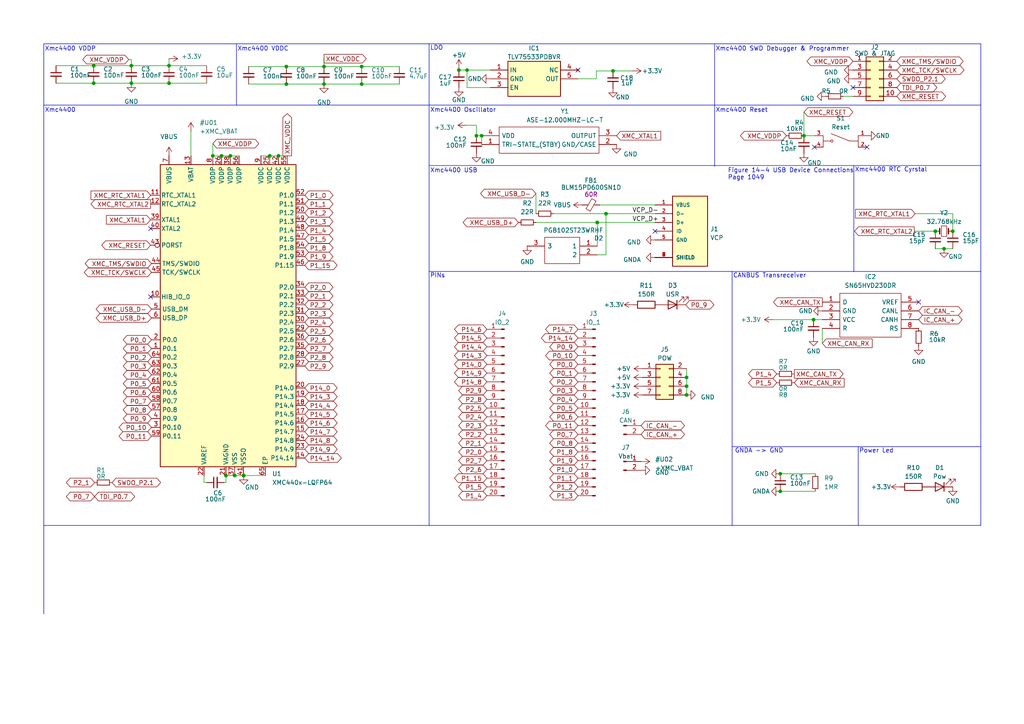
<source format=kicad_sch>
(kicad_sch (version 20230121) (generator eeschema)
  (paper "A4")
  (title_block (title "XMC4400-64PIN-EVAL-V1.0") (date "2023-03-23") (rev "0.0") (comment 1 "Designed By Neşet Aydın"))
  (junction (at 199.136 114.554))
  (junction (at 65.532 137.922))
  (junction (at 276.352 67.056))
  (junction (at 273.812 72.136))
  (junction (at 49.022 24.13))
  (junction (at 80.772 45.212))
  (junction (at 271.272 67.056))
  (junction (at 49.022 19.05))
  (junction (at 226.314 142.494))
  (junction (at 233.172 39.37))
  (junction (at 175.768 61.976))
  (junction (at 177.8 20.574))
  (junction (at 83.058 19.304))
  (junction (at 135.4632 20.32))
  (junction (at 64.262 45.212))
  (junction (at 38.1 19.05))
  (junction (at 133.096 20.32))
  (junction (at 235.966 92.71))
  (junction (at 139.7 39.37))
  (junction (at 27.178 24.13))
  (junction (at 104.902 24.384))
  (junction (at 83.058 24.384))
  (junction (at 66.802 45.212))
  (junction (at 38.1 24.13))
  (junction (at 70.612 137.922))
  (junction (at 93.98 24.384))
  (junction (at 226.314 137.414))
  (junction (at 68.072 137.922))
  (junction (at 199.136 109.474))
  (junction (at 61.722 45.212))
  (junction (at 104.902 19.304))
  (junction (at 199.136 112.014))
  (junction (at 173.228 64.516))
  (junction (at 27.178 19.05))
  (junction (at 78.232 45.212))
  (junction (at 138.176 39.37))
  (junction (at 70.697 137.922))
  (junction (at 93.98 19.304))
  (no_connect (at 247.396 25.4))
  (no_connect (at 251.46 42.672))
  (no_connect (at 43.688 66.294))
  (no_connect (at 266.446 87.63))
  (no_connect (at 236.22 42.672))
  (no_connect (at 167.64 20.32))
  (no_connect (at 189.992 67.056))
  (no_connect (at 43.688 86.106))
  (wire (pts (xy 177.8 20.574) (xy 183.388 20.574)))
  (polyline (pts (xy 124.46 78.74) (xy 247.65 78.74)))
  (wire (pts (xy 273.812 72.136) (xy 271.272 72.136)))
  (wire (pts (xy 155.448 56.134) (xy 155.448 61.976)))
  (polyline (pts (xy 12.7 30.48) (xy 284.48 30.48)))
  (polyline (pts (xy 68.58 12.7) (xy 68.58 30.48)))
  (wire (pts (xy 175.768 61.976) (xy 189.992 61.976)))
  (wire (pts (xy 93.98 24.384) (xy 104.902 24.384)))
  (polyline (pts (xy 12.7 152.4) (xy 12.7 178.054)))
  (wire (pts (xy 265.176 67.056) (xy 271.272 67.056)))
  (wire (pts (xy 72.136 19.304) (xy 83.058 19.304)))
  (polyline (pts (xy 124.46 48.006) (xy 284.48 48.006)))
  (wire (pts (xy 38.1 17.272) (xy 38.1 19.05)))
  (polyline (pts (xy 284.48 30.48) (xy 284.48 48.006)))
  (wire (pts (xy 65.532 137.922) (xy 68.072 137.922)))
  (wire (pts (xy 138.176 36.322) (xy 138.176 39.37)))
  (wire (pts (xy 65.024 139.954) (xy 65.532 139.954)))
  (wire (pts (xy 155.448 64.516) (xy 173.228 64.516)))
  (polyline (pts (xy 124.46 152.4) (xy 12.7 152.4)))
  (wire (pts (xy 276.352 61.976) (xy 276.352 67.056)))
  (wire (pts (xy 16.256 19.05) (xy 27.178 19.05)))
  (wire (pts (xy 49.022 17.018) (xy 49.022 19.05)))
  (polyline (pts (xy 284.48 30.48) (xy 284.48 12.7)))
  (wire (pts (xy 265.43 61.976) (xy 276.352 61.976)))
  (wire (pts (xy 93.98 19.304) (xy 104.902 19.304)))
  (wire (pts (xy 226.314 142.494) (xy 236.474 142.494)))
  (wire (pts (xy 238.506 95.25) (xy 238.506 99.568)))
  (wire (pts (xy 199.136 106.934) (xy 199.136 109.474)))
  (wire (pts (xy 135.382 36.322) (xy 138.176 36.322)))
  (wire (pts (xy 244.602 27.94) (xy 247.396 27.94)))
  (wire (pts (xy 224.282 92.71) (xy 235.966 92.71)))
  (wire (pts (xy 27.178 19.05) (xy 38.1 19.05)))
  (wire (pts (xy 236.22 39.37) (xy 233.172 39.37)))
  (wire (pts (xy 160.528 61.976) (xy 175.768 61.976)))
  (wire (pts (xy 104.902 19.304) (xy 115.824 19.304)))
  (wire (pts (xy 38.1 19.05) (xy 49.022 19.05)))
  (wire (pts (xy 83.058 24.384) (xy 93.98 24.384)))
  (polyline (pts (xy 212.344 129.54) (xy 284.48 129.54)))
  (polyline (pts (xy 284.48 78.74) (xy 247.65 78.74)))
  (wire (pts (xy 49.022 19.05) (xy 59.944 19.05)))
  (wire (pts (xy 65.532 139.954) (xy 65.532 137.922)))
  (wire (pts (xy 80.772 45.212) (xy 83.312 45.212)))
  (wire (pts (xy 38.1 24.13) (xy 49.022 24.13)))
  (wire (pts (xy 59.182 137.922) (xy 59.182 139.954)))
  (wire (pts (xy 135.4632 25.4) (xy 135.4632 20.32)))
  (wire (pts (xy 104.902 24.384) (xy 115.824 24.384)))
  (wire (pts (xy 233.172 32.512) (xy 233.172 39.37)))
  (wire (pts (xy 139.7 39.37) (xy 139.7 41.91)))
  (wire (pts (xy 199.136 114.554) (xy 199.136 112.014)))
  (wire (pts (xy 273.812 72.136) (xy 276.352 72.136)))
  (polyline (pts (xy 12.7 152.146) (xy 12.7 12.7)))
  (wire (pts (xy 173.228 64.516) (xy 189.992 64.516)))
  (wire (pts (xy 27.178 24.13) (xy 38.1 24.13)))
  (wire (pts (xy 142.24 25.4) (xy 135.4632 25.4)))
  (wire (pts (xy 64.262 45.212) (xy 66.802 45.212)))
  (wire (pts (xy 226.314 137.414) (xy 236.474 137.414)))
  (wire (pts (xy 235.966 92.71) (xy 238.506 92.71)))
  (polyline (pts (xy 12.7 152.146) (xy 12.7 152.4)))
  (wire (pts (xy 138.176 39.37) (xy 139.7 39.37)))
  (wire (pts (xy 61.722 45.212) (xy 64.262 45.212)))
  (wire (pts (xy 172.974 22.86) (xy 167.64 22.86)))
  (wire (pts (xy 175.768 73.914) (xy 173.228 73.914)))
  (polyline (pts (xy 284.48 48.006) (xy 284.48 78.74)))
  (polyline (pts (xy 284.48 78.74) (xy 284.48 152.4)))
  (wire (pts (xy 68.072 137.922) (xy 70.612 137.922)))
  (wire (pts (xy 172.974 20.574) (xy 172.974 22.86)))
  (wire (pts (xy 78.232 45.212) (xy 80.772 45.212)))
  (wire (pts (xy 70.612 137.922) (xy 70.697 137.922)))
  (polyline (pts (xy 212.344 152.4) (xy 124.46 152.4)))
  (wire (pts (xy 61.722 41.656) (xy 61.722 45.212)))
  (polyline (pts (xy 248.92 129.54) (xy 248.92 152.4)))
  (wire (pts (xy 93.98 17.018) (xy 93.98 19.304)))
  (polyline (pts (xy 207.264 12.7) (xy 207.264 30.48)))
  (wire (pts (xy 55.372 38.1) (xy 55.372 45.212)))
  (wire (pts (xy 199.136 112.014) (xy 199.136 109.474)))
  (wire (pts (xy 72.136 24.384) (xy 83.058 24.384)))
  (wire (pts (xy 49.022 24.13) (xy 59.944 24.13)))
  (polyline (pts (xy 284.48 152.4) (xy 212.344 152.4)))
  (wire (pts (xy 16.256 24.13) (xy 27.178 24.13)))
  (polyline (pts (xy 12.7 12.7) (xy 284.48 12.7)))
  (wire (pts (xy 133.096 20.32) (xy 135.4632 20.32)))
  (wire (pts (xy 37.338 17.272) (xy 38.1 17.272)))
  (wire (pts (xy 173.99 59.436) (xy 189.992 59.436)))
  (wire (pts (xy 266.446 92.7056) (xy 266.446 92.71)))
  (polyline (pts (xy 124.46 12.7) (xy 124.46 152.4)))
  (polyline (pts (xy 247.65 48.006) (xy 247.65 78.74)))
  (wire (pts (xy 133.096 19.812) (xy 133.096 20.32)))
  (polyline (pts (xy 212.344 78.74) (xy 212.344 152.4)))
  (wire (pts (xy 59.182 139.954) (xy 59.944 139.954)))
  (polyline (pts (xy 207.264 30.48) (xy 207.264 48.26)))
  (wire (pts (xy 135.4632 20.32) (xy 142.24 20.32)))
  (wire (pts (xy 83.058 19.304) (xy 93.98 19.304)))
  (wire (pts (xy 175.768 61.976) (xy 175.768 73.914)))
  (wire (pts (xy 173.228 64.516) (xy 173.228 71.374)))
  (wire (pts (xy 66.802 45.212) (xy 69.342 45.212)))
  (wire (pts (xy 75.692 45.212) (xy 78.232 45.212)))
  (wire (pts (xy 172.974 20.574) (xy 177.8 20.574)))
  (wire (pts (xy 70.697 137.922) (xy 76.962 137.922)))
  (text "Figure 14-4 USB Device Connections\nPage 1049" (at 211.074 52.324 0) (effects (font (size 1.27 1.27)) (justify left bottom)))
  (text "Xmc4400 Oscillator\n" (at 124.714 32.766 0) (effects (font (size 1.27 1.27)) (justify left bottom)))
  (text "PINs" (at 124.714 80.772 0) (effects (font (size 1.27 1.27)) (justify left bottom)))
  (text "Xmc4400 USB" (at 124.714 50.292 0) (effects (font (size 1.27 1.27)) (justify left bottom)))
  (text "Power Led" (at 249.174 131.572 0) (effects (font (size 1.27 1.27)) (justify left bottom)))
  (text "GNDA -> GND" (at 213.106 131.572 0) (effects (font (size 1.27 1.27)) (justify left bottom)))
  (text "Xmc4400 Reset" (at 207.518 32.766 0) (effects (font (size 1.27 1.27)) (justify left bottom)))
  (text "Xmc4400 VDDC" (at 68.834 14.986 0) (effects (font (size 1.27 1.27)) (justify left bottom)))
  (text "CANBUS Transreceiver" (at 212.598 80.772 0) (effects (font (size 1.27 1.27)) (justify left bottom)))
  (text "Xmc4400" (at 12.954 32.766 0) (effects (font (size 1.27 1.27)) (justify left bottom)))
  (text "LDO" (at 124.714 14.732 0) (effects (font (size 1.27 1.27)) (justify left bottom)))
  (text "Xmc4400 RTC Cyrstal" (at 247.904 50.038 0) (effects (font (size 1.27 1.27)) (justify left bottom)))
  (text "Xmc4400 VDDP" (at 12.954 14.986 0) (effects (font (size 1.27 1.27)) (justify left bottom)))
  (text "Xmc4400 SWD Debugger & Programmer" (at 207.518 14.986 0) (effects (font (size 1.27 1.27)) (justify left bottom)))
  (label "VCP_D+" (at 183.3973 64.516 0))
  (label "VCP_D-" (at 183.388 61.976 0))
  (global_label "P2_1" (shape bidirectional) (at 88.392 85.852 0) (property "Intersheetrefs" "${INTERSHEET_REFS}" (effects hide)))
  (global_label "P14_14" (shape bidirectional) (at 88.392 132.842 0) (property "Intersheetrefs" "${INTERSHEET_REFS}" (effects hide)))
  (global_label "P2_7" (shape bidirectional) (at 141.224 133.604 180) (property "Intersheetrefs" "${INTERSHEET_REFS}" (effects hide)))
  (global_label "XMC_USB_D+" (shape bidirectional) (at 43.942 92.202 180) (property "Intersheetrefs" "${INTERSHEET_REFS}" (effects hide)))
  (global_label "P14_4" (shape bidirectional) (at 88.392 117.602 0) (property "Intersheetrefs" "${INTERSHEET_REFS}" (effects hide)))
  (global_label "P2_2" (shape bidirectional) (at 88.392 88.392 0) (property "Intersheetrefs" "${INTERSHEET_REFS}" (effects hide)))
  (global_label "P1_8" (shape bidirectional) (at 88.392 71.882 0) (property "Intersheetrefs" "${INTERSHEET_REFS}" (effects hide)))
  (global_label "P0_10" (shape bidirectional) (at 167.64 103.124 180) (property "Intersheetrefs" "${INTERSHEET_REFS}" (effects hide)))
  (global_label "TDI_P0.7" (shape bidirectional) (at 260.096 25.4 0) (property "Intersheetrefs" "${INTERSHEET_REFS}" (effects hide)))
  (global_label "P1_0" (shape bidirectional) (at 167.64 136.144 180) (property "Intersheetrefs" "${INTERSHEET_REFS}" (effects hide)))
  (global_label "P0_6" (shape bidirectional) (at 43.942 113.792 180) (property "Intersheetrefs" "${INTERSHEET_REFS}" (effects hide)))
  (global_label "P14_5" (shape bidirectional) (at 141.224 98.044 180) (property "Intersheetrefs" "${INTERSHEET_REFS}" (effects hide)))
  (global_label "P14_0" (shape bidirectional) (at 141.224 105.664 180) (property "Intersheetrefs" "${INTERSHEET_REFS}" (effects hide)))
  (global_label "P14_3" (shape bidirectional) (at 141.224 103.124 180) (property "Intersheetrefs" "${INTERSHEET_REFS}" (effects hide)))
  (global_label "P14_14" (shape bidirectional) (at 167.64 98.044 180) (property "Intersheetrefs" "${INTERSHEET_REFS}" (effects hide)))
  (global_label "XMC_TMS{slash}SWDIO" (shape tri_state) (at 43.942 76.454 180) (property "Intersheetrefs" "${INTERSHEET_REFS}" (effects hide)))
  (global_label "P0_7" (shape bidirectional) (at 167.64 125.984 180) (property "Intersheetrefs" "${INTERSHEET_REFS}" (effects hide)))
  (global_label "XMC_USB_D-" (shape bidirectional) (at 155.448 56.134 180) (property "Intersheetrefs" "${INTERSHEET_REFS}" (effects hide)))
  (global_label "P0_1" (shape bidirectional) (at 43.942 101.092 180) (property "Intersheetrefs" "${INTERSHEET_REFS}" (effects hide)))
  (global_label "P1_1" (shape bidirectional) (at 88.392 59.182 0) (property "Intersheetrefs" "${INTERSHEET_REFS}" (effects hide)))
  (global_label "P1_5" (shape bidirectional) (at 225.298 110.998 180) (property "Intersheetrefs" "${INTERSHEET_REFS}" (effects hide)))
  (global_label "P2_4" (shape bidirectional) (at 141.224 120.904 180) (property "Intersheetrefs" "${INTERSHEET_REFS}" (effects hide)))
  (global_label "P2_1" (shape bidirectional) (at 141.224 128.524 180) (property "Intersheetrefs" "${INTERSHEET_REFS}" (effects hide)))
  (global_label "XMC_RTC_XTAL2" (shape output) (at 265.176 67.056 180) (property "Intersheetrefs" "${INTERSHEET_REFS}" (effects hide)))
  (global_label "P14_3" (shape bidirectional) (at 88.392 115.062 0) (property "Intersheetrefs" "${INTERSHEET_REFS}" (effects hide)))
  (global_label "P14_9" (shape bidirectional) (at 88.392 130.302 0) (property "Intersheetrefs" "${INTERSHEET_REFS}" (effects hide)))
  (global_label "XMC_VDDC" (shape output) (at 93.98 17.018 0) (property "Intersheetrefs" "${INTERSHEET_REFS}" (effects hide)))
  (global_label "XMC_USB_D-" (shape bidirectional) (at 43.942 89.662 180) (property "Intersheetrefs" "${INTERSHEET_REFS}" (effects hide)))
  (global_label "XMC_RTC_XTAL1" (shape input) (at 43.688 56.642 180) (property "Intersheetrefs" "${INTERSHEET_REFS}" (effects hide)))
  (global_label "P0_2" (shape bidirectional) (at 167.64 110.744 180) (property "Intersheetrefs" "${INTERSHEET_REFS}" (effects hide)))
  (global_label "P2_3" (shape bidirectional) (at 141.224 123.444 180) (property "Intersheetrefs" "${INTERSHEET_REFS}" (effects hide)))
  (global_label "P2_0" (shape bidirectional) (at 88.392 83.312 0) (property "Intersheetrefs" "${INTERSHEET_REFS}" (effects hide)))
  (global_label "XMC_TCK{slash}SWCLK" (shape tri_state) (at 260.096 20.32 0) (property "Intersheetrefs" "${INTERSHEET_REFS}" (effects hide)))
  (global_label "P0_4" (shape bidirectional) (at 167.64 115.824 180) (property "Intersheetrefs" "${INTERSHEET_REFS}" (effects hide)))
  (global_label "P0_11" (shape bidirectional) (at 43.942 126.492 180) (property "Intersheetrefs" "${INTERSHEET_REFS}" (effects hide)))
  (global_label "XMC_RESET" (shape tri_state) (at 233.172 32.512 0) (property "Intersheetrefs" "${INTERSHEET_REFS}" (effects hide)))
  (global_label "P1_2" (shape bidirectional) (at 167.64 141.224 180) (property "Intersheetrefs" "${INTERSHEET_REFS}" (effects hide)))
  (global_label "XMC_VDDC" (shape output) (at 83.312 45.212 90) (property "Intersheetrefs" "${INTERSHEET_REFS}" (effects hide)))
  (global_label "P2_8" (shape bidirectional) (at 141.224 115.824 180) (property "Intersheetrefs" "${INTERSHEET_REFS}" (effects hide)))
  (global_label "P0_3" (shape bidirectional) (at 167.64 113.284 180) (property "Intersheetrefs" "${INTERSHEET_REFS}" (effects hide)))
  (global_label "P1_9" (shape bidirectional) (at 167.64 133.604 180) (property "Intersheetrefs" "${INTERSHEET_REFS}" (effects hide)))
  (global_label "XMC_VDDP" (shape bidirectional) (at 37.338 17.272 180) (property "Intersheetrefs" "${INTERSHEET_REFS}" (effects hide)))
  (global_label "XMC_CAN_TX" (shape output) (at 230.378 108.458 0) (property "Intersheetrefs" "${INTERSHEET_REFS}" (effects hide)))
  (global_label "P0_10" (shape bidirectional) (at 43.942 123.952 180) (property "Intersheetrefs" "${INTERSHEET_REFS}" (effects hide)))
  (global_label "P0_9" (shape bidirectional) (at 43.942 121.412 180) (property "Intersheetrefs" "${INTERSHEET_REFS}" (effects hide)))
  (global_label "P2_3" (shape bidirectional) (at 88.392 90.932 0) (property "Intersheetrefs" "${INTERSHEET_REFS}" (effects hide)))
  (global_label "SWDO_P2.1" (shape bidirectional) (at 260.096 22.86 0) (property "Intersheetrefs" "${INTERSHEET_REFS}" (effects hide)))
  (global_label "P1_3" (shape bidirectional) (at 88.392 64.262 0) (property "Intersheetrefs" "${INTERSHEET_REFS}" (effects hide)))
  (global_label "P1_9" (shape bidirectional) (at 88.392 74.422 0) (property "Intersheetrefs" "${INTERSHEET_REFS}" (effects hide)))
  (global_label "IC_CAN_+" (shape bidirectional) (at 185.928 125.984 0) (property "Intersheetrefs" "${INTERSHEET_REFS}" (effects hide)))
  (global_label "P14_7" (shape bidirectional) (at 167.64 95.504 180) (property "Intersheetrefs" "${INTERSHEET_REFS}" (effects hide)))
  (global_label "P2_0" (shape bidirectional) (at 141.224 131.064 180) (property "Intersheetrefs" "${INTERSHEET_REFS}" (effects hide)))
  (global_label "XMC_RESET" (shape tri_state) (at 260.096 27.94 0) (property "Intersheetrefs" "${INTERSHEET_REFS}" (effects hide)))
  (global_label "P2_2" (shape bidirectional) (at 141.224 125.984 180) (property "Intersheetrefs" "${INTERSHEET_REFS}" (effects hide)))
  (global_label "P1_4" (shape bidirectional) (at 141.224 143.764 180) (property "Intersheetrefs" "${INTERSHEET_REFS}" (effects hide)))
  (global_label "P14_6" (shape bidirectional) (at 141.224 95.504 180) (property "Intersheetrefs" "${INTERSHEET_REFS}" (effects hide)))
  (global_label "P0_7" (shape bidirectional) (at 43.942 116.332 180) (property "Intersheetrefs" "${INTERSHEET_REFS}" (effects hide)))
  (global_label "P1_5" (shape bidirectional) (at 88.392 69.342 0) (property "Intersheetrefs" "${INTERSHEET_REFS}" (effects hide)))
  (global_label "P1_15" (shape bidirectional) (at 141.224 138.684 180) (property "Intersheetrefs" "${INTERSHEET_REFS}" (effects hide)))
  (global_label "P1_0" (shape bidirectional) (at 88.392 56.642 0) (property "Intersheetrefs" "${INTERSHEET_REFS}" (effects hide)))
  (global_label "P0_6" (shape bidirectional) (at 167.64 120.904 180) (property "Intersheetrefs" "${INTERSHEET_REFS}" (effects hide)))
  (global_label "P1_3" (shape bidirectional) (at 167.64 143.764 180) (property "Intersheetrefs" "${INTERSHEET_REFS}" (effects hide)))
  (global_label "XMC_XTAL1" (shape input) (at 178.816 39.37 0) (property "Intersheetrefs" "${INTERSHEET_REFS}" (effects hide)))
  (global_label "IC_CAN_-" (shape bidirectional) (at 185.928 123.444 0) (property "Intersheetrefs" "${INTERSHEET_REFS}" (effects hide)))
  (global_label "XMC_VDDP" (shape bidirectional) (at 228.092 39.37 180) (property "Intersheetrefs" "${INTERSHEET_REFS}" (effects hide)))
  (global_label "XMC_XTAL1" (shape input) (at 43.688 63.754 180) (property "Intersheetrefs" "${INTERSHEET_REFS}" (effects hide)))
  (global_label "P2_9" (shape bidirectional) (at 88.392 106.172 0) (property "Intersheetrefs" "${INTERSHEET_REFS}" (effects hide)))
  (global_label "IC_CAN_+" (shape bidirectional) (at 266.446 92.7056 0) (property "Intersheetrefs" "${INTERSHEET_REFS}" (effects hide)))
  (global_label "IC_CAN_-" (shape bidirectional) (at 266.446 90.17 0) (property "Intersheetrefs" "${INTERSHEET_REFS}" (effects hide)))
  (global_label "P14_0" (shape bidirectional) (at 88.392 112.522 0) (property "Intersheetrefs" "${INTERSHEET_REFS}" (effects hide)))
  (global_label "P2_8" (shape bidirectional) (at 88.392 103.632 0) (property "Intersheetrefs" "${INTERSHEET_REFS}" (effects hide)))
  (global_label "P14_8" (shape bidirectional) (at 88.392 127.762 0) (property "Intersheetrefs" "${INTERSHEET_REFS}" (effects hide)))
  (global_label "P2_6" (shape bidirectional) (at 88.392 98.552 0) (property "Intersheetrefs" "${INTERSHEET_REFS}" (effects hide)))
  (global_label "P14_6" (shape bidirectional) (at 88.392 122.682 0) (property "Intersheetrefs" "${INTERSHEET_REFS}" (effects hide)))
  (global_label "XMC_CAN_RX" (shape input) (at 230.378 110.998 0) (property "Intersheetrefs" "${INTERSHEET_REFS}" (effects hide)))
  (global_label "XMC_VDDP" (shape bidirectional) (at 61.722 41.656 0) (property "Intersheetrefs" "${INTERSHEET_REFS}" (effects hide)))
  (global_label "P2_4" (shape bidirectional) (at 88.392 93.472 0) (property "Intersheetrefs" "${INTERSHEET_REFS}" (effects hide)))
  (global_label "XMC_USB_D+" (shape bidirectional) (at 150.368 64.516 180) (property "Intersheetrefs" "${INTERSHEET_REFS}" (effects hide)))
  (global_label "P2_7" (shape bidirectional) (at 88.392 101.092 0) (property "Intersheetrefs" "${INTERSHEET_REFS}" (effects hide)))
  (global_label "P0_2" (shape bidirectional) (at 43.942 103.632 180) (property "Intersheetrefs" "${INTERSHEET_REFS}" (effects hide)))
  (global_label "P1_4" (shape bidirectional) (at 88.392 66.802 0) (property "Intersheetrefs" "${INTERSHEET_REFS}" (effects hide)))
  (global_label "P0_5" (shape bidirectional) (at 167.64 118.364 180) (property "Intersheetrefs" "${INTERSHEET_REFS}" (effects hide)))
  (global_label "XMC_RESET" (shape tri_state) (at 43.688 71.12 180) (property "Intersheetrefs" "${INTERSHEET_REFS}" (effects hide)))
  (global_label "P2_5" (shape bidirectional) (at 141.224 118.364 180) (property "Intersheetrefs" "${INTERSHEET_REFS}" (effects hide)))
  (global_label "P2_1" (shape bidirectional) (at 27.432 139.954 180) (property "Intersheetrefs" "${INTERSHEET_REFS}" (effects hide)))
  (global_label "P14_5" (shape bidirectional) (at 88.392 120.142 0) (property "Intersheetrefs" "${INTERSHEET_REFS}" (effects hide)))
  (global_label "P1_4" (shape bidirectional) (at 225.298 108.458 180) (property "Intersheetrefs" "${INTERSHEET_REFS}" (effects hide)))
  (global_label "P0_7" (shape bidirectional) (at 27.432 144.018 180) (property "Intersheetrefs" "${INTERSHEET_REFS}" (effects hide)))
  (global_label "XMC_VDDP" (shape bidirectional) (at 247.396 17.78 180) (property "Intersheetrefs" "${INTERSHEET_REFS}" (effects hide)))
  (global_label "P14_8" (shape bidirectional) (at 141.224 110.744 180) (property "Intersheetrefs" "${INTERSHEET_REFS}" (effects hide)))
  (global_label "XMC_TCK{slash}SWCLK" (shape tri_state) (at 43.942 78.994 180) (property "Intersheetrefs" "${INTERSHEET_REFS}" (effects hide)))
  (global_label "P0_0" (shape bidirectional) (at 43.942 98.552 180) (property "Intersheetrefs" "${INTERSHEET_REFS}" (effects hide)))
  (global_label "P0_8" (shape bidirectional) (at 43.942 118.872 180) (property "Intersheetrefs" "${INTERSHEET_REFS}" (effects hide)))
  (global_label "P2_6" (shape bidirectional) (at 141.224 136.144 180) (property "Intersheetrefs" "${INTERSHEET_REFS}" (effects hide)))
  (global_label "P0_9" (shape bidirectional) (at 198.882 88.392 0) (property "Intersheetrefs" "${INTERSHEET_REFS}" (effects hide)))
  (global_label "P0_5" (shape bidirectional) (at 43.942 111.252 180) (property "Intersheetrefs" "${INTERSHEET_REFS}" (effects hide)))
  (global_label "P0_4" (shape bidirectional) (at 43.942 108.712 180) (property "Intersheetrefs" "${INTERSHEET_REFS}" (effects hide)))
  (global_label "P0_8" (shape bidirectional) (at 167.64 128.524 180) (property "Intersheetrefs" "${INTERSHEET_REFS}" (effects hide)))
  (global_label "XMC_CAN_TX" (shape output) (at 238.506 87.63 180) (property "Intersheetrefs" "${INTERSHEET_REFS}" (effects hide)))
  (global_label "P0_11" (shape bidirectional) (at 167.64 123.444 180) (property "Intersheetrefs" "${INTERSHEET_REFS}" (effects hide)))
  (global_label "P1_15" (shape bidirectional) (at 88.392 76.962 0) (property "Intersheetrefs" "${INTERSHEET_REFS}" (effects hide)))
  (global_label "XMC_RTC_XTAL1" (shape input) (at 265.43 61.976 180) (property "Intersheetrefs" "${INTERSHEET_REFS}" (effects hide)))
  (global_label "XMC_RTC_XTAL2" (shape output) (at 43.688 59.182 180) (property "Intersheetrefs" "${INTERSHEET_REFS}" (effects hide)))
  (global_label "TDI_P0.7" (shape bidirectional) (at 27.432 144.018 0) (property "Intersheetrefs" "${INTERSHEET_REFS}" (effects hide)))
  (global_label "P14_9" (shape bidirectional) (at 141.224 108.204 180) (property "Intersheetrefs" "${INTERSHEET_REFS}" (effects hide)))
  (global_label "P1_2" (shape bidirectional) (at 88.392 61.722 0) (property "Intersheetrefs" "${INTERSHEET_REFS}" (effects hide)))
  (global_label "XMC_CAN_RX" (shape input) (at 238.506 99.568 0) (property "Intersheetrefs" "${INTERSHEET_REFS}" (effects hide)))
  (global_label "P0_0" (shape bidirectional) (at 167.64 105.664 180) (property "Intersheetrefs" "${INTERSHEET_REFS}" (effects hide)))
  (global_label "P1_1" (shape bidirectional) (at 167.64 138.684 180) (property "Intersheetrefs" "${INTERSHEET_REFS}" (effects hide)))
  (global_label "P2_5" (shape bidirectional) (at 88.392 96.012 0) (property "Intersheetrefs" "${INTERSHEET_REFS}" (effects hide)))
  (global_label "P1_8" (shape bidirectional) (at 167.64 131.064 180) (property "Intersheetrefs" "${INTERSHEET_REFS}" (effects hide)))
  (global_label "SWDO_P2.1" (shape bidirectional) (at 32.512 139.954 0) (property "Intersheetrefs" "${INTERSHEET_REFS}" (effects hide)))
  (global_label "P14_7" (shape bidirectional) (at 88.392 125.222 0) (property "Intersheetrefs" "${INTERSHEET_REFS}" (effects hide)))
  (global_label "P14_4" (shape bidirectional) (at 141.224 100.584 180) (property "Intersheetrefs" "${INTERSHEET_REFS}" (effects hide)))
  (global_label "P0_9" (shape bidirectional) (at 167.64 100.584 180) (property "Intersheetrefs" "${INTERSHEET_REFS}" (effects hide)))
  (global_label "P0_1" (shape bidirectional) (at 167.64 108.204 180) (property "Intersheetrefs" "${INTERSHEET_REFS}" (effects hide)))
  (global_label "XMC_TMS{slash}SWDIO" (shape tri_state) (at 260.096 17.78 0) (property "Intersheetrefs" "${INTERSHEET_REFS}" (effects hide)))
  (global_label "P1_5" (shape bidirectional) (at 141.224 141.224 180) (property "Intersheetrefs" "${INTERSHEET_REFS}" (effects hide)))
  (global_label "P0_3" (shape bidirectional) (at 43.942 106.172 180) (property "Intersheetrefs" "${INTERSHEET_REFS}" (effects hide)))
  (global_label "P2_9" (shape bidirectional) (at 141.224 113.284 180) (property "Intersheetrefs" "${INTERSHEET_REFS}" (effects hide)))
  (symbol (lib_id "power:GND") (at 247.396 20.32 270) (unit 1)
    (property "Reference" "#PWR016" (effects hide))
    (property "Value" "GND" (at 243.078 20.955 90) (effects (justify right)))
  )
  (symbol (lib_id "power:+5V") (at 133.096 19.812 0) (unit 1)
    (property "Reference" "#PWR023" (effects hide))
    (property "Value" "+5V" (at 133.096 16.002 0))
  )
  (symbol (lib_id "Device:C_Small") (at 271.272 69.596 0) (mirror y) (unit 1)
    (property "Reference" "C15" (at 268.478 68.072 0) (effects (justify left)))
    (property "Value" "15pF" (at 268.478 69.85 0) (effects (justify left)))
    (property "Footprint" "Capacitor_SMD:C_0402_1005Metric" (effects hide))
    (property "Datasheet" "https://cdn.ozdisan.com/ETicaret_Dosya/448212_5798276.PDF" (effects hide))
    (property "Stock" "https://www.ozdisan.com/pasif-komponentler/kondansatorler/smd-kondansatorler-mlcc/CL05C150JB5NNNC" (effects hide))
    (property "Volt" "50V" (effects hide))
    (property "Code" "CL05C150JB5NNNC" (effects hide))
  )
  (symbol (lib_id "power:VBUS") (at 49.022 45.212 0) (unit 1)
    (property "Reference" "#PWR03" (effects hide))
    (property "Value" "VBUS" (at 49.022 39.624 0))
  )
  (symbol (lib_id "Device:R_Small") (at 29.972 139.954 270) (unit 1)
    (property "Reference" "R1" (at 27.94 136.398 90) (effects (justify left)))
    (property "Value" "0R" (at 27.94 138.176 90) (effects (justify left)))
    (property "Footprint" "Resistor_SMD:R_0402_1005Metric" (effects hide))
    (property "Datasheet" "https://cdn.ozdisan.com/ETicaret_Dosya/399380_9872459.pdf" (effects hide))
    (property "Stock" "https://www.ozdisan.com/Product/Detail/399380/0402WGF0000TCE" (effects hide))
    (property "Watt" "1/10" (effects hide))
    (property "Code" "0402WGF0000TCE" (effects hide))
  )
  (symbol (lib_id "ASE-12.000MHZ-LC-T:ASE-12.000MHZ-LC-T") (at 139.7 39.37 0) (unit 1)
    (property "Reference" "Y1" (at 163.83 32.258 0))
    (property "Value" "ASE-12.000MHZ-LC-T" (at 163.83 34.798 0))
    (property "Footprint" "My_lib:ASE24576MHZLCT" (effects hide))
    (property "Datasheet" "https://abracon.com/Oscillators/ASEseries.pdf" (effects hide))
    (property "Description" "3.3V CMOS Crystal Oscillator 12 MHz" (effects hide))
    (property "Height" "1" (effects hide))
    (property "Manufacturer_Name" "ABRACON" (effects hide))
    (property "Manufacturer_Part_Number" "ASE-12.000MHZ-LC-T" (effects hide))
    (property "Mouser Part Number" "815-ASE12.000MHZLCT" (effects hide))
    (property "Mouser Price/Stock" "https://www.mouser.co.uk/ProductDetail/ABRACON/ASE-12.000MHZ-LC-T?qs=ShQ8XZQtgRv%2FqLZSDridpg%3D%3D" (effects hide))
    (property "Arrow Part Number" "ASE-12.000MHZ-LC-T" (effects hide))
    (property "Arrow Price/Stock" "https://www.arrow.com/en/products/ase-12.000mhz-lc-t/abracon?region=nac" (effects hide))
    (property "Code" "ASE-12.000MHZ-LC-T" (effects hide))
    (property "Stock" "https://www.digikey.com/en/products/detail/abracon-llc/ASE-12-000MHZ-LC-T/1236877?s=N4IgTCBcDaIIIGUCiBaAjGAdABlwWQAkAtFAGQGEUAVEAXQF8g" (effects hide))
  )
  (symbol (lib_id "power:GND") (at 185.928 136.398 90) (unit 1)
    (property "Reference" "#PWR025" (effects hide))
    (property "Value" "GND" (at 189.992 137.033 90) (effects (justify right)))
  )
  (symbol (lib_id "Device:C_Small") (at 177.8 23.114 0) (mirror x) (unit 1)
    (property "Reference" "C18" (at 179.832 22.606 0) (effects (justify left)))
    (property "Value" "1uF" (at 180.086 24.13 0) (effects (justify left)))
    (property "Footprint" "Capacitor_SMD:C_0402_1005Metric" (effects hide))
    (property "Datasheet" "https://cdn.ozdisan.com/ETicaret_Dosya/467161_877571.pdf" (effects hide))
    (property "Stock" "https://ozdisan.com/pasif-komponentler/kondansatorler/smt-smd-ve-mlcc-kondansatorler/C1005X5R1V105K050BC" (effects hide))
    (property "Volt" "35V" (effects hide))
    (property "Code" "C1005X5R1V105K050BC" (effects hide))
  )
  (symbol (lib_id "Connector:Conn_01x02_Pin") (at 180.848 123.444 0) (unit 1)
    (property "Reference" "J6" (at 181.483 119.38 0))
    (property "Value" "CAN" (at 181.483 121.92 0))
    (property "Footprint" "Connector_PinHeader_2.54mm:PinHeader_1x02_P2.54mm_Vertical" (effects hide))
  )
  (symbol (lib_id "power:GND") (at 178.816 41.91 0) (unit 1)
    (property "Reference" "#PWR010" (effects hide))
    (property "Value" "GND" (at 182.88 44.704 0))
  )
  (symbol (lib_id "power:GND") (at 199.136 114.554 90) (unit 1)
    (property "Reference" "#PWR031" (effects hide))
    (property "Value" "GND" (at 203.2 115.189 90) (effects (justify right)))
  )
  (symbol (lib_id "Device:R") (at 187.452 88.392 90) (unit 1)
    (property "Reference" "R11" (at 187.452 82.804 90))
    (property "Value" "150R" (at 187.452 85.344 90))
    (property "Footprint" "Resistor_SMD:R_0603_1608Metric" (effects hide))
    (property "Datasheet" "https://cdn.ozdisan.com/ETicaret_Dosya/399380_9872459.pdf" (effects hide))
    (property "Stock" "https://www.ozdisan.com/Product/Detail/359782/0603SAF1500T5E" (effects hide))
    (property "Code" "0603SAF1500T5E" (effects hide))
    (property "Tolerance" "%1" (effects hide))
    (property "Watt" "1/10" (effects hide))
  )
  (symbol (lib_id "Connector:Conn_01x02_Pin") (at 180.848 133.858 0) (unit 1)
    (property "Reference" "J7" (at 181.483 129.794 0))
    (property "Value" "Vbat" (at 181.483 132.334 0))
    (property "Footprint" "Connector_PinHeader_2.54mm:PinHeader_1x02_P2.54mm_Vertical" (effects hide))
  )
  (symbol (lib_id "power:+3.3V") (at 186.436 114.554 90) (unit 1)
    (property "Reference" "#PWR028" (effects hide))
    (property "Value" "+3.3V" (at 182.88 114.554 90) (effects (justify left)))
  )
  (symbol (lib_id "power:+3.3V") (at 224.282 92.71 90) (unit 1)
    (property "Reference" "#PWR027" (effects hide))
    (property "Value" "+3.3V" (at 220.681 92.7099 90) (effects (justify left)))
  )
  (symbol (lib_id "power:GND") (at 247.396 22.86 270) (unit 1)
    (property "Reference" "#PWR017" (effects hide))
    (property "Value" "GND" (at 243.84 23.495 90) (effects (justify right)))
  )
  (symbol (lib_id "Device:C_Small") (at 38.1 21.59 0) (unit 1)
    (property "Reference" "C3" (at 40.894 20.066 0) (effects (justify left)))
    (property "Value" "100nF" (at 40.894 21.844 0) (effects (justify left)))
    (property "Footprint" "Capacitor_SMD:C_0402_1005Metric" (effects hide))
    (property "Datasheet" "https://cdn.ozdisan.com/ETicaret_Dosya/627201_254683.pdf" (effects hide))
    (property "Stock" "https://ozdisan.com/pasif-komponentler/kondansatorler/smt-smd-ve-mlcc-kondansatorler/CC0402KRX7R9BB104" (effects hide))
    (property "Volt" "50V" (effects hide))
    (property "Code" "CC0402KRX7R9BB104" (effects hide))
  )
  (symbol (lib_id "Device:R_Small") (at 236.474 139.954 0) (unit 1)
    (property "Reference" "R9" (at 239.014 138.6839 0) (effects (justify left)))
    (property "Value" "1MR" (at 239.014 141.2239 0) (effects (justify left)))
    (property "Footprint" "Resistor_SMD:R_0603_1608Metric" (effects hide))
    (property "Datasheet" "https://cdn.ozdisan.com/ETicaret_Dosya/399380_9872459.pdf" (effects hide))
    (property "Stock" "https://www.ozdisan.com/pasif-komponentler/direncler/smt-smd-direncler/0603SAJ0105TDE" (effects hide))
    (property "Code" "0603SAJ0105TDE" (effects hide))
  )
  (symbol (lib_id "power:GND") (at 138.176 44.45 0) (unit 1)
    (property "Reference" "#PWR07" (effects hide))
    (property "Value" "GND" (at 141.478 46.736 0))
  )
  (symbol (lib_id "PGB102ST23WRHF:PGB102ST23WRHF") (at 173.228 71.374 0) (mirror y) (unit 1)
    (property "Reference" "D2" (at 175.006 69.088 0) (effects (justify left)))
    (property "Value" "PGB102ST23WRHF" (at 175.006 66.802 0) (effects (justify left)))
    (property "Footprint" "My_lib:PGB102ST23WRHF" (effects hide))
    (property "Datasheet" "https://cdn.ozdisan.com/ETicaret_Dosya/679881_103791.pdf" (effects hide))
    (property "Stock" "https://www.ozdisan.com/Product/Detail/679885/PGB102ST23WRHF" (effects hide))
    (property "Code" "PGB102ST23WRHF" (effects hide))
  )
  (symbol (lib_id "Device:C_Small") (at 276.352 69.596 0) (unit 1)
    (property "Reference" "C16" (at 279.146 68.072 0) (effects (justify left)))
    (property "Value" "15pF" (at 279.146 69.85 0) (effects (justify left)))
    (property "Footprint" "Capacitor_SMD:C_0402_1005Metric" (effects hide))
    (property "Datasheet" "https://cdn.ozdisan.com/ETicaret_Dosya/448212_5798276.PDF" (effects hide))
    (property "Stock" "https://www.ozdisan.com/pasif-komponentler/kondansatorler/smd-kondansatorler-mlcc/CL05C150JB5NNNC" (effects hide))
    (property "Volt" "50V" (effects hide))
    (property "Code" "CL05C150JB5NNNC" (effects hide))
  )
  (symbol (lib_id "power:GND") (at 276.352 141.224 0) (unit 1)
    (property "Reference" "#PWR036" (effects hide))
    (property "Value" "GND" (at 274.32 145.288 0) (effects (justify left)))
  )
  (symbol (lib_id "Connector:Conn_01x20_Pin") (at 146.304 118.364 0) (mirror y) (unit 1)
    (property "Reference" "J4" (at 145.669 90.932 0))
    (property "Value" "IO_2" (at 145.669 93.472 0))
    (property "Footprint" "Connector_PinHeader_2.54mm:PinHeader_1x20_P2.54mm_Vertical" (effects hide))
  )
  (symbol (lib_id "Device:C_Small") (at 62.484 139.954 90) (unit 1)
    (property "Reference" "C6" (at 64.516 143.002 90) (effects (justify left)))
    (property "Value" "100nF" (at 65.532 144.78 90) (effects (justify left)))
    (property "Footprint" "Capacitor_SMD:C_0402_1005Metric" (effects hide))
    (property "Datasheet" "https://cdn.ozdisan.com/ETicaret_Dosya/627201_254683.pdf" (effects hide))
    (property "Stock" "https://ozdisan.com/pasif-komponentler/kondansatorler/smt-smd-ve-mlcc-kondansatorler/CC0402KRX7R9BB104" (effects hide))
    (property "Volt" "50V" (effects hide))
    (property "Code" "CC0402KRX7R9BB104" (effects hide))
  )
  (symbol (lib_id "power:+3.3V") (at 49.022 17.018 270) (unit 1)
    (property "Reference" "#PWR02" (effects hide))
    (property "Value" "+3.3V" (at 52.578 16.383 90) (effects (justify left)))
  )
  (symbol (lib_id "PTS526_SM08_SMTR2_LFS:PTS526_SM08_SMTR2_LFS") (at 243.84 40.894 0) (mirror y) (unit 1)
    (property "Reference" "S1" (at 243.84 34.29 0))
    (property "Value" "Reset" (at 243.84 36.83 0))
    (property "Footprint" "My_lib:PTS526SM15SMTR2LFS" (effects hide))
    (property "Datasheet" "https://www.ckswitches.com/media/2780/pts526.pdf" (effects hide))
    (property "Stock" "https://www.digikey.com/en/products/detail/c-k/PTS526-SM15-SMTR2-LFS/10056625" (effects hide))
    (property "Code" "PTS526 SM15 SMTR2 LFS" (effects hide))
  )
  (symbol (lib_id "power:GND") (at 226.314 137.414 270) (unit 1)
    (property "Reference" "#PWR030" (effects hide))
    (property "Value" "GND" (at 220.98 137.414 90))
  )
  (symbol (lib_id "power:+3.3V") (at 135.382 36.322 90) (unit 1)
    (property "Reference" "#PWR06" (effects hide))
    (property "Value" "+3.3V" (at 131.826 36.957 90) (effects (justify left)))
  )
  (symbol (lib_id "Device:C_Small") (at 49.022 21.59 0) (unit 1)
    (property "Reference" "C4" (at 51.816 20.066 0) (effects (justify left)))
    (property "Value" "100nF" (at 51.816 21.844 0) (effects (justify left)))
    (property "Footprint" "Capacitor_SMD:C_0402_1005Metric" (effects hide))
    (property "Datasheet" "https://cdn.ozdisan.com/ETicaret_Dosya/627201_254683.pdf" (effects hide))
    (property "Stock" "https://ozdisan.com/pasif-komponentler/kondansatorler/smt-smd-ve-mlcc-kondansatorler/CC0402KRX7R9BB104" (effects hide))
    (property "Volt" "50V" (effects hide))
    (property "Code" "CC0402KRX7R9BB104" (effects hide))
  )
  (symbol (lib_id "Device:R_Small") (at 227.838 110.998 270) (mirror x) (unit 1)
    (property "Reference" "R8" (at 225.806 114.554 90) (effects (justify left)))
    (property "Value" "0R" (at 225.806 112.776 90) (effects (justify left)))
    (property "Footprint" "Resistor_SMD:R_0402_1005Metric" (effects hide))
    (property "Datasheet" "https://cdn.ozdisan.com/ETicaret_Dosya/399380_9872459.pdf" (effects hide))
    (property "Stock" "https://www.ozdisan.com/Product/Detail/399380/0402WGF0000TCE" (effects hide))
    (property "Watt" "1/10" (effects hide))
    (property "Code" "0402WGF0000TCE" (effects hide))
  )
  (symbol (lib_id "Device:C_Small") (at 235.966 95.25 0) (mirror y) (unit 1)
    (property "Reference" "C19" (at 233.172 93.726 0) (effects (justify left)))
    (property "Value" "100nF" (at 233.172 95.504 0) (effects (justify left)))
    (property "Footprint" "Capacitor_SMD:C_0402_1005Metric" (effects hide))
    (property "Datasheet" "https://cdn.ozdisan.com/ETicaret_Dosya/627201_254683.pdf" (effects hide))
    (property "Stock" "https://ozdisan.com/pasif-komponentler/kondansatorler/smt-smd-ve-mlcc-kondansatorler/CC0402KRX7R9BB104" (effects hide))
    (property "Volt" "50V" (effects hide))
    (property "Code" "CC0402KRX7R9BB104" (effects hide))
  )
  (symbol (lib_id "power:GND") (at 238.506 90.17 270) (unit 1)
    (property "Reference" "#PWR033" (effects hide))
    (property "Value" "GND" (at 233.68 90.17 90))
  )
  (symbol (lib_id "Device:LED") (at 272.542 141.224 180) (unit 1)
    (property "Reference" "D1" (at 272.542 135.636 0))
    (property "Value" "Pow" (at 272.542 138.176 0))
    (property "Footprint" "LED_SMD:LED_0603_1608Metric" (effects hide))
    (property "Datasheet" "https://cdn.ozdisan.com/ETicaret_Dosya/358986_9567552.PDF" (effects hide))
    (property "Stock" "https://ozdisan.com/led-ve-aydinlatma-cozumleri/led-komponentler/sinyal-ledler-renkli/LTST-C190KGKT" (effects hide))
    (property "Code" "LTST-C190KGKT" (effects hide))
  )
  (symbol (lib_name "+XMC_VBAT_1") (lib_id "custom_power:+XMC_VBAT") (at 186.69 133.858 270) (unit 1) (in_bom no) (on_board no)
    (property "Reference" "#U02" (at 189.992 133.223 90) (effects (justify left)))
    (property "Value" "+XMC_VBAT" (at 189.992 135.763 90) (effects (justify left)))
  )
  (symbol (lib_id "Device:R_Small") (at 230.632 39.37 90) (unit 1)
    (property "Reference" "R4" (at 233.172 35.56 90) (effects (justify left)))
    (property "Value" "10kR" (at 232.918 37.338 90) (effects (justify left)))
    (property "Footprint" "Resistor_SMD:R_0402_1005Metric" (effects hide))
    (property "Datasheet" "https://cdn.ozdisan.com/ETicaret_Dosya/399380_9872459.pdf" (effects hide))
    (property "Stock" "https://www.ozdisan.com/Product/Detail/431729/0402WGF1002TCE" (effects hide))
    (property "Watt" "1/16" (effects hide))
    (property "Code" "0402WGF1002TCE" (effects hide))
    (property "Tolerance" "%1" (effects hide))
  )
  (symbol (lib_id "Connector_Generic:Conn_02x05_Odd_Even") (at 252.476 22.86 0) (unit 1)
    (property "Reference" "J2" (at 253.746 13.716 0))
    (property "Value" "SWD & JTAG" (at 253.746 15.494 0))
    (property "Footprint" "Connector_PinHeader_1.27mm:PinHeader_2x05_P1.27mm_Vertical" (effects hide))
    (property "Datasheet" "https://media.metz-connect.com/files/171/Data_sheet_PR20BXXVBDN.PDF" (effects hide))
    (property "Stock" "https://www.digikey.com/en/products/detail/metz-connect-usa-inc/PR20B05VBDN/12342883" (effects hide))
    (property "Code" "PR20B05VBDN" (effects hide))
  )
  (symbol (lib_id "xmc:XMC440x-64") (at 65.786 96.266 0) (unit 1)
    (property "Reference" "U1" (at 78.9179 137.414 0) (effects (justify left)))
    (property "Value" "XMC440x-LQFP64" (at 78.9179 139.954 0) (effects (justify left)))
    (property "Footprint" "Package_QFP:LQFP-64-1EP_10x10mm_P0.5mm_EP6.5x6.5mm" (effects hide))
    (property "Datasheet" "https://www.infineon.com/dgdl/Infineon-XMC4400-DS-v01_03-EN.pdf?fileId=5546d462696dbf12016981795855391d" (effects hide))
    (property "Code" "XMC4400F64F512BAXQMA1" (effects hide))
    (property "Stock" "https://www.digikey.com/en/products/detail/infineon-technologies/XMC4400F64F512BAXQMA1/6250127" (effects hide))
  )
  (symbol (lib_id "Device:R_Small") (at 242.062 27.94 270) (unit 1)
    (property "Reference" "R5" (at 238.252 26.416 90) (effects (justify left)))
    (property "Value" "0R" (at 243.332 26.416 90) (effects (justify left)))
    (property "Footprint" "Resistor_SMD:R_0402_1005Metric" (effects hide))
    (property "Datasheet" "https://cdn.ozdisan.com/ETicaret_Dosya/399380_9872459.pdf" (effects hide))
    (property "Stock" "https://www.ozdisan.com/Product/Detail/399380/0402WGF0000TCE" (effects hide))
    (property "Watt" "1/10" (effects hide))
    (property "Code" "0402WGF0000TCE" (effects hide))
  )
  (symbol (lib_id "power:GND") (at 93.98 24.384 0) (unit 1)
    (property "Reference" "#PWR05" (effects hide))
    (property "Value" "GND" (at 93.98 29.718 0))
  )
  (symbol (lib_id "Device:C_Small") (at 93.98 21.844 0) (unit 1)
    (property "Reference" "C9" (at 96.774 20.32 0) (effects (justify left)))
    (property "Value" "100nF" (at 96.774 22.098 0) (effects (justify left)))
    (property "Footprint" "Capacitor_SMD:C_0402_1005Metric" (effects hide))
    (property "Datasheet" "https://cdn.ozdisan.com/ETicaret_Dosya/627201_254683.pdf" (effects hide))
    (property "Stock" "https://ozdisan.com/pasif-komponentler/kondansatorler/smt-smd-ve-mlcc-kondansatorler/CC0402KRX7R9BB104" (effects hide))
    (property "Volt" "50V" (effects hide))
    (property "Code" "CC0402KRX7R9BB104" (effects hide))
  )
  (symbol (lib_id "Device:C_Small") (at 72.136 21.844 0) (unit 1)
    (property "Reference" "C7" (at 76.2 20.32 0) (effects (justify left)))
    (property "Value" "100nF" (at 76.2 22.098 0) (effects (justify left)))
    (property "Footprint" "Capacitor_SMD:C_0402_1005Metric" (effects hide))
    (property "Datasheet" "https://cdn.ozdisan.com/ETicaret_Dosya/627201_254683.pdf" (effects hide))
    (property "Stock" "https://ozdisan.com/pasif-komponentler/kondansatorler/smt-smd-ve-mlcc-kondansatorler/CC0402KRX7R9BB104" (effects hide))
    (property "Volt" "50V" (effects hide))
    (property "Code" "CC0402KRX7R9BB104" (effects hide))
  )
  (symbol (lib_id "SN65HVD230DR:SN65HVD230DR") (at 238.506 87.63 0) (unit 1)
    (property "Reference" "IC2" (at 252.476 80.264 0))
    (property "Value" "SN65HVD230DR" (at 252.476 82.804 0))
    (property "Footprint" "My_lib:SOT127P600X175-8N" (effects hide))
    (property "Datasheet" "http://www.ti.com/lit/gpn/sn65hvd230" (effects hide))
    (property "Description" "3.3 V CAN Transceiver with Standby Mode" (effects hide))
    (property "Height" "1.75" (effects hide))
    (property "Manufacturer_Name" "Texas Instruments" (effects hide))
    (property "Manufacturer_Part_Number" "SN65HVD230DR" (effects hide))
    (property "Mouser Part Number" "595-SN65HVD230DR" (effects hide))
    (property "Mouser Price/Stock" "https://www.mouser.co.uk/ProductDetail/Texas-Instruments/SN65HVD230DR?qs=QViXGNcIEAtifeQR3pYVUQ%3D%3D" (effects hide))
    (property "Arrow Part Number" "SN65HVD230DR" (effects hide))
    (property "Arrow Price/Stock" "https://www.arrow.com/en/products/sn65hvd230dr/texas-instruments?region=nac" (effects hide))
    (property "Code" "SN65HVD230DR" (effects hide))
    (property "Stock" "https://www.ozdisan.com/entegre-devreler-ics/interface-entegreleri/ic-drivers-receivers-transceivers/SN65HVD230DR" (effects hide))
  )
  (symbol (lib_id "Device:C_Small") (at 226.314 139.954 0) (unit 1)
    (property "Reference" "C13" (at 229.108 138.43 0) (effects (justify left)))
    (property "Value" "100nF" (at 229.108 140.208 0) (effects (justify left)))
    (property "Footprint" "Capacitor_SMD:C_0603_1608Metric" (effects hide))
    (property "Datasheet" "https://cdn.ozdisan.com/ETicaret_Dosya/448212_5798276.PDF" (effects hide))
    (property "Stock" "https://www.ozdisan.com/Product/Detail/9739/CL10B104KB8NNNC" (effects hide))
    (property "Volt" "50V" (effects hide))
    (property "Code" "CL10B104KB8NNNC" (effects hide))
  )
  (symbol (lib_id "Device:C_Small") (at 16.256 21.59 0) (unit 1)
    (property "Reference" "C1" (at 20.32 20.066 0) (effects (justify left)))
    (property "Value" "100nF" (at 20.32 21.844 0) (effects (justify left)))
    (property "Footprint" "Capacitor_SMD:C_0402_1005Metric" (effects hide))
    (property "Datasheet" "https://cdn.ozdisan.com/ETicaret_Dosya/627201_254683.pdf" (effects hide))
    (property "Stock" "https://ozdisan.com/pasif-komponentler/kondansatorler/smt-smd-ve-mlcc-kondansatorler/CC0402KRX7R9BB104" (effects hide))
    (property "Volt" "50V" (effects hide))
    (property "Code" "CC0402KRX7R9BB104" (effects hide))
  )
  (symbol (lib_id "Connector_Generic:Conn_02x04_Odd_Even") (at 191.516 109.474 0) (unit 1)
    (property "Reference" "J5" (at 192.786 101.346 0))
    (property "Value" "POW" (at 192.786 103.886 0))
    (property "Footprint" "Connector_PinHeader_2.54mm:PinHeader_2x04_P2.54mm_Vertical" (effects hide))
  )
  (symbol (lib_id "power:GND") (at 233.172 44.45 0) (unit 1)
    (property "Reference" "#PWR014" (effects hide))
    (property "Value" "GND" (at 236.22 47.244 0))
  )
  (symbol (lib_id "power:GND") (at 239.522 27.94 270) (unit 1)
    (property "Reference" "#PWR015" (effects hide))
    (property "Value" "GND" (at 236.22 28.575 90) (effects (justify right)))
  )
  (symbol (lib_id "power:GND") (at 251.46 39.37 90) (unit 1)
    (property "Reference" "#PWR018" (effects hide))
    (property "Value" "GND" (at 256.032 39.37 90))
  )
  (symbol (lib_id "Device:R_Small") (at 266.446 97.79 180) (unit 1)
    (property "Reference" "R6" (at 272.288 96.774 0) (effects (justify left)))
    (property "Value" "10kR" (at 274.32 98.552 0) (effects (justify left)))
    (property "Footprint" "Resistor_SMD:R_0402_1005Metric" (effects hide))
    (property "Datasheet" "https://cdn.ozdisan.com/ETicaret_Dosya/399380_9872459.pdf" (effects hide))
    (property "Stock" "https://www.ozdisan.com/Product/Detail/431729/0402WGF1002TCE" (effects hide))
    (property "Code" "0402WGF1002TCE" (effects hide))
  )
  (symbol (lib_id "power:GND") (at 273.812 72.136 0) (unit 1)
    (property "Reference" "#PWR019" (effects hide))
    (property "Value" "GND" (at 277.114 74.422 0))
  )
  (symbol (lib_id "power:GNDA") (at 226.314 142.494 270) (unit 1)
    (property "Reference" "#PWR035" (effects hide))
    (property "Value" "GNDA" (at 220.726 142.494 90))
  )
  (symbol (lib_id "power:GND") (at 152.908 71.374 0) (unit 1)
    (property "Reference" "#PWR08" (effects hide))
    (property "Value" "GND" (at 152.908 75.946 0))
  )
  (symbol (lib_id "Device:R_Small") (at 152.908 64.516 90) (unit 1)
    (property "Reference" "R2" (at 152.908 58.928 90))
    (property "Value" "22R" (at 152.908 61.468 90))
    (property "Footprint" "Resistor_SMD:R_0402_1005Metric" (effects hide))
    (property "Datasheet" "https://cdn.ozdisan.com/ETicaret_Dosya/399380_9872459.pdf" (effects hide))
    (property "Stock" "https://www.ozdisan.com/pasif-komponentler/direncler/smt-smd-direncler/0402WGF220JTCE" (effects hide))
    (property "Watt" "1/16" (effects hide))
    (property "Code" "0402WGF220JTCE" (effects hide))
  )
  (symbol (lib_id "power:GND") (at 38.1 24.13 0) (unit 1)
    (property "Reference" "#PWR01" (effects hide))
    (property "Value" "GND" (at 38.1 29.464 0))
  )
  (symbol (lib_id "power:+5V") (at 186.436 109.474 90) (unit 1)
    (property "Reference" "#PWR029" (effects hide))
    (property "Value" "+5V" (at 182.88 109.474 90) (effects (justify left)))
  )
  (symbol (lib_id "Device:C_Small") (at 104.902 21.844 0) (unit 1)
    (property "Reference" "C10" (at 107.696 20.32 0) (effects (justify left)))
    (property "Value" "100nF" (at 107.696 22.098 0) (effects (justify left)))
    (property "Footprint" "Capacitor_SMD:C_0402_1005Metric" (effects hide))
    (property "Datasheet" "https://cdn.ozdisan.com/ETicaret_Dosya/627201_254683.pdf" (effects hide))
    (property "Stock" "https://ozdisan.com/pasif-komponentler/kondansatorler/smt-smd-ve-mlcc-kondansatorler/CC0402KRX7R9BB104" (effects hide))
    (property "Volt" "50V" (effects hide))
    (property "Code" "CC0402KRX7R9BB104" (effects hide))
  )
  (symbol (lib_id "Connector:Conn_01x20_Pin") (at 172.72 118.364 0) (mirror y) (unit 1)
    (property "Reference" "J3" (at 172.085 90.932 0))
    (property "Value" "IO_1" (at 172.085 93.472 0))
    (property "Footprint" "Connector_PinHeader_2.54mm:PinHeader_1x20_P2.54mm_Vertical" (effects hide))
  )
  (symbol (lib_id "power:GND") (at 266.446 100.33 0) (unit 1)
    (property "Reference" "#PWR034" (effects hide))
    (property "Value" "GND" (at 266.446 104.902 0))
  )
  (symbol (lib_id "Device:C_Small") (at 138.176 41.91 0) (mirror y) (unit 1)
    (property "Reference" "C12" (at 135.382 40.386 0) (effects (justify left)))
    (property "Value" "100nF" (at 135.382 42.164 0) (effects (justify left)))
    (property "Footprint" "Capacitor_SMD:C_0402_1005Metric" (effects hide))
    (property "Datasheet" "https://cdn.ozdisan.com/ETicaret_Dosya/627201_254683.pdf" (effects hide))
    (property "Stock" "https://ozdisan.com/pasif-komponentler/kondansatorler/smt-smd-ve-mlcc-kondansatorler/CC0402KRX7R9BB104" (effects hide))
    (property "Volt" "50V" (effects hide))
    (property "Code" "CC0402KRX7R9BB104" (effects hide))
  )
  (symbol (lib_name "GND_1") (lib_id "power:GND") (at 177.8 25.654 0) (unit 1)
    (property "Reference" "#PWR021" (effects hide))
    (property "Value" "GND" (at 180.594 28.194 0))
  )
  (symbol (lib_id "power:+5V") (at 186.436 106.934 90) (unit 1)
    (property "Reference" "#PWR026" (effects hide))
    (property "Value" "+5V" (at 182.88 106.934 90) (effects (justify left)))
  )
  (symbol (lib_name "+XMC_VBAT_1") (lib_id "custom_power:+XMC_VBAT") (at 55.372 37.338 0) (unit 1) (in_bom no) (on_board no)
    (property "Reference" "#U01" (at 57.912 35.5599 0) (effects (justify left)))
    (property "Value" "+XMC_VBAT" (at 57.912 38.0999 0) (effects (justify left)))
  )
  (symbol (lib_id "Device:LED") (at 195.072 88.392 180) (unit 1)
    (property "Reference" "D3" (at 195.072 82.804 0))
    (property "Value" "USR" (at 195.072 85.344 0))
    (property "Footprint" "LED_SMD:LED_0603_1608Metric" (effects hide))
    (property "Datasheet" "https://cdn.ozdisan.com/ETicaret_Dosya/358986_9567552.PDF" (effects hide))
    (property "Stock" "https://ozdisan.com/led-ve-aydinlatma-cozumleri/led-komponentler/sinyal-ledler-renkli/LTST-C190KGKT" (effects hide))
    (property "Code" "LTST-C190KGKT" (effects hide))
  )
  (symbol (lib_id "power:+3.3V") (at 183.388 20.574 270) (unit 1)
    (property "Reference" "#PWR020" (effects hide))
    (property "Value" "+3.3V" (at 186.182 20.574 90) (effects (justify left)))
  )
  (symbol (lib_id "Device:R") (at 264.922 141.224 90) (unit 1)
    (property "Reference" "R10" (at 264.922 135.636 90))
    (property "Value" "150R" (at 264.922 138.176 90))
    (property "Footprint" "Resistor_SMD:R_0603_1608Metric" (effects hide))
    (property "Datasheet" "https://cdn.ozdisan.com/ETicaret_Dosya/399380_9872459.pdf" (effects hide))
    (property "Stock" "https://www.ozdisan.com/Product/Detail/359782/0603SAF1500T5E" (effects hide))
    (property "Code" "0603SAF1500T5E" (effects hide))
    (property "Tolerance" "%1" (effects hide))
    (property "Watt" "1/10" (effects hide))
  )
  (symbol (lib_id "Device:C_Small") (at 133.096 22.86 180) (unit 1)
    (property "Reference" "C17" (at 131.064 22.352 0) (effects (justify left)))
    (property "Value" "1uF" (at 131.064 24.13 0) (effects (justify left)))
    (property "Footprint" "Capacitor_SMD:C_0402_1005Metric" (effects hide))
    (property "Datasheet" "https://cdn.ozdisan.com/ETicaret_Dosya/467161_877571.pdf" (effects hide))
    (property "Stock" "https://ozdisan.com/pasif-komponentler/kondansatorler/smt-smd-ve-mlcc-kondansatorler/C1005X5R1V105K050BC" (effects hide))
    (property "Volt" "35V" (effects hide))
    (property "Code" "C1005X5R1V105K050BC" (effects hide))
  )
  (symbol (lib_id "Device:R_Small") (at 157.988 61.976 90) (unit 1)
    (property "Reference" "R3" (at 157.988 56.388 90))
    (property "Value" "22R" (at 157.988 58.928 90))
    (property "Footprint" "Resistor_SMD:R_0402_1005Metric" (effects hide))
    (property "Datasheet" "https://cdn.ozdisan.com/ETicaret_Dosya/399380_9872459.pdf" (effects hide))
    (property "Stock" "https://www.ozdisan.com/pasif-komponentler/direncler/smt-smd-direncler/0402WGF220JTCE" (effects hide))
    (property "Watt" "1/16" (effects hide))
    (property "Code" "0402WGF220JTCE" (effects hide))
  )
  (symbol (lib_id "Device:FerriteBead_Small") (at 171.45 59.436 90) (unit 1)
    (property "Reference" "FB1" (at 171.4119 52.324 90))
    (property "Value" "BLM15PD600SN1D" (at 171.45 54.356 90))
    (property "Footprint" "Capacitor_SMD:C_0402_1005Metric" (effects hide))
    (property "Datasheet" "https://www.mouser.com.tr/datasheet/2/281/ENFA0018-1915754.pdf" (effects hide))
    (property "Stock" "https://www.mouser.com.tr/ProductDetail/Murata-Electronics/BLM15PD600SN1D?qs=%2F%252BYoplLUB5jLOEjl%252BfAfXA%3D%3D&gclid=CjwKCAjwq-WgBhBMEiwAzKSH6Im0YISE52fy3QbiuGvQG3P-bgSPRVFvRMa1Z6zIlU5w3XZukzm1cxoCFm4QAvD_BwE" (effects hide))
    (property "Imp" "60R" (at 171.45 56.388 90))
    (property "Code" "BLM15PD600SN1D" (effects hide))
  )
  (symbol (lib_id "USB3080-XX-01-A_REVE:USB3080-XX-01-A_REVE") (at 200.152 67.056 0) (unit 1)
    (property "Reference" "J1" (at 205.994 66.421 0) (effects (justify left)))
    (property "Value" "VCP" (at 205.994 68.961 0) (effects (justify left)))
    (property "Footprint" "My_lib:GCT_USB3080-XX-00-A_REVE" (effects hide))
    (property "Datasheet" "https://www.mouser.com.tr/datasheet/2/837/USB3080-1948937.pdf" (effects hide))
    (property "Stock" "https://www.mouser.com.tr/ProductDetail/GCT/USB3080-30-00-A?qs=KUoIvG%2F9IlZDMJJTQkXE0A%3D%3D" (effects hide))
    (property "Code" "USB3080-30-00-A" (effects hide))
  )
  (symbol (lib_id "Device:Crystal_Small") (at 273.812 67.056 0) (unit 1)
    (property "Reference" "Y2" (at 273.812 61.722 0))
    (property "Value" "32.768kHz" (at 273.812 64.262 0))
    (property "Footprint" "My_lib:ABS0716632768KHZT" (effects hide))
    (property "Datasheet" "https://abracon.com/Resonators/ABS07.pdf" (effects hide))
    (property "Stock" "https://www.digikey.com/en/products/detail/abracon-llc/ABS07-32-768KHZ-T/1236858?s=N4IgTCBcDaIIICEDKAGA7AWgMxgHRoDYAOAaQAkAtDAFRAF0BfIA" (effects hide))
    (property "Code" "ABS07-32.768KHZ-T" (effects hide))
  )
  (symbol (lib_id "Device:C_Small") (at 83.058 21.844 0) (unit 1)
    (property "Reference" "C8" (at 85.852 20.32 0) (effects (justify left)))
    (property "Value" "100nF" (at 85.852 22.098 0) (effects (justify left)))
    (property "Footprint" "Capacitor_SMD:C_0402_1005Metric" (effects hide))
    (property "Datasheet" "https://cdn.ozdisan.com/ETicaret_Dosya/627201_254683.pdf" (effects hide))
    (property "Stock" "https://ozdisan.com/pasif-komponentler/kondansatorler/smt-smd-ve-mlcc-kondansatorler/CC0402KRX7R9BB104" (effects hide))
    (property "Volt" "50V" (effects hide))
    (property "Code" "CC0402KRX7R9BB104" (effects hide))
  )
  (symbol (lib_id "power:+3.3V") (at 261.112 141.224 90) (unit 1)
    (property "Reference" "#PWR037" (effects hide))
    (property "Value" "+3.3V" (at 255.524 141.224 90))
  )
  (symbol (lib_id "power:VBUS") (at 168.91 59.436 90) (unit 1)
    (property "Reference" "#PWR09" (effects hide))
    (property "Value" "VBUS" (at 160.528 59.436 90) (effects (justify right)))
  )
  (symbol (lib_id "power:+3.3V") (at 183.642 88.392 90) (unit 1)
    (property "Reference" "#PWR038" (effects hide))
    (property "Value" "+3.3V" (at 178.054 88.392 90))
  )
  (symbol (lib_name "GND_1") (lib_id "power:GND") (at 142.24 22.86 270) (unit 1)
    (property "Reference" "#PWR024" (effects hide))
    (property "Value" "GND" (at 137.668 22.86 90))
  )
  (symbol (lib_id "power:GND") (at 235.966 97.79 0) (unit 1)
    (property "Reference" "#PWR032" (effects hide))
    (property "Value" "GND" (at 235.966 101.854 0))
  )
  (symbol (lib_id "Device:C_Small") (at 233.172 41.91 0) (unit 1)
    (property "Reference" "C14" (at 226.314 41.402 0) (effects (justify left)))
    (property "Value" "10nF" (at 226.314 43.18 0) (effects (justify left)))
    (property "Footprint" "Capacitor_SMD:C_0402_1005Metric" (effects hide))
    (property "Datasheet" "https://cdn.ozdisan.com/ETicaret_Dosya/627201_254683.pdf" (effects hide))
    (property "Stock" "https://www.ozdisan.com/Product/Detail/746486/CC0402KRX7R9BB103" (effects hide))
    (property "Volt" "50V" (effects hide))
    (property "Code" "CC0402KRX7R9BB103" (effects hide))
  )
  (symbol (lib_id "Device:C_Small") (at 59.944 21.59 0) (unit 1)
    (property "Reference" "C5" (at 62.738 20.066 0) (effects (justify left)))
    (property "Value" "10uF" (at 62.738 21.844 0) (effects (justify left)))
    (property "Footprint" "Capacitor_SMD:C_0402_1005Metric" (effects hide))
    (property "Datasheet" "https://cdn.ozdisan.com/ETicaret_Dosya/448212_5798276.PDF" (effects hide))
    (property "Stock" "https://www.ozdisan.com/pasif-komponentler/kondansatorler/smd-kondansatorler-mlcc/CL05A106MQ5NUNC" (effects hide))
    (property "Volt" "6.3V" (effects hide))
    (property "Code" "CL05A106MQ5NUNC" (effects hide))
  )
  (symbol (lib_name "GND_1") (lib_id "power:GND") (at 133.096 25.4 0) (unit 1)
    (property "Reference" "#PWR022" (effects hide))
    (property "Value" "GND" (at 133.096 28.956 0))
  )
  (symbol (lib_id "power:GND") (at 70.697 137.922 0) (unit 1)
    (property "Reference" "#PWR04" (effects hide))
    (property "Value" "GND" (at 73.0881 141.3387 0))
  )
  (symbol (lib_id "power:GNDA") (at 189.992 74.676 270) (unit 1)
    (property "Reference" "#PWR012" (effects hide))
    (property "Value" "GNDA" (at 185.928 75.311 90) (effects (justify right)))
  )
  (symbol (lib_id "Device:C_Small") (at 27.178 21.59 0) (unit 1)
    (property "Reference" "C2" (at 29.972 20.066 0) (effects (justify left)))
    (property "Value" "100nF" (at 29.972 21.844 0) (effects (justify left)))
    (property "Footprint" "Capacitor_SMD:C_0402_1005Metric" (effects hide))
    (property "Datasheet" "https://cdn.ozdisan.com/ETicaret_Dosya/627201_254683.pdf" (effects hide))
    (property "Stock" "https://ozdisan.com/pasif-komponentler/kondansatorler/smt-smd-ve-mlcc-kondansatorler/CC0402KRX7R9BB104" (effects hide))
    (property "Volt" "50V" (effects hide))
    (property "Code" "CC0402KRX7R9BB104" (effects hide))
  )
  (symbol (lib_id "TLV75533PDBVR:TLV75533PDBVR") (at 154.94 23.114 0) (unit 1)
    (property "Reference" "IC1" (at 154.94 13.97 0))
    (property "Value" "TLV75533PDBVR" (at 154.94 16.51 0))
    (property "Footprint" "My_lib:SOT95P280X145-5N" (effects hide))
    (property "Datasheet" "http://www.ti.com/lit/gpn/tlv755p" (effects hide))
    (property "Stock" "https://ozdisan.com/entegre-devreler-ics/guc-entegreleri/lineer-voltaj-regulatorleri/TLV75533PDBVR/689994" (effects hide))
    (property "Code" "TLV75533PDBVR" (effects hide))
  )
  (symbol (lib_id "power:+3.3V") (at 186.436 112.014 90) (unit 1)
    (property "Reference" "#PWR013" (effects hide))
    (property "Value" "+3.3V" (at 182.88 112.014 90) (effects (justify left)))
  )
  (symbol (lib_id "Device:C_Small") (at 115.824 21.844 0) (unit 1)
    (property "Reference" "C11" (at 118.618 20.32 0) (effects (justify left)))
    (property "Value" "4.7uF" (at 118.618 22.098 0) (effects (justify left)))
    (property "Footprint" "Capacitor_SMD:C_0402_1005Metric" (effects hide))
    (property "Datasheet" "https://search.murata.co.jp/Ceramy/image/img/A01X/G101/ENG/GRM155D81C475ME15-01A.pdf" (effects hide))
    (property "Stock" "https://www.digikey.com/en/products/detail/murata-electronics/GRM155D81C475ME15J/16821358?s=N4IgTCBcDaIOICUCyBGArGgIgDhQYQBYB2NJAUXQCkQBdAXyA" (effects hide))
    (property "Volt" "16V" (effects hide))
    (property "Code" "GRM155D81C475ME15J" (effects hide))
  )
  (symbol (lib_id "power:GND") (at 189.992 69.596 270) (unit 1)
    (property "Reference" "#PWR011" (effects hide))
    (property "Value" "GND" (at 185.928 70.231 90) (effects (justify right)))
  )
  (symbol (lib_id "Device:R_Small") (at 227.838 108.458 270) (unit 1)
    (property "Reference" "R7" (at 225.806 104.902 90) (effects (justify left)))
    (property "Value" "0R" (at 225.806 106.68 90) (effects (justify left)))
    (property "Footprint" "Resistor_SMD:R_0402_1005Metric" (effects hide))
    (property "Datasheet" "https://cdn.ozdisan.com/ETicaret_Dosya/399380_9872459.pdf" (effects hide))
    (property "Stock" "https://www.ozdisan.com/Product/Detail/399380/0402WGF0000TCE" (effects hide))
    (property "Watt" "1/10" (effects hide))
    (property "Code" "0402WGF0000TCE" (effects hide))
  )
)
</source>
